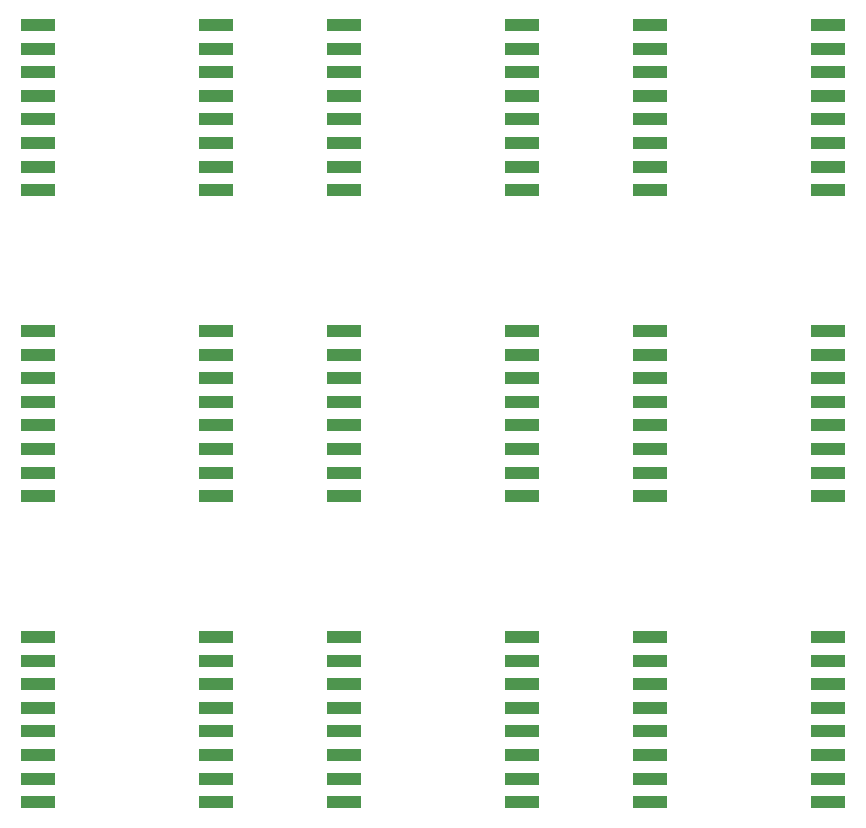
<source format=gbp>
G75*
%MOIN*%
%OFA0B0*%
%FSLAX25Y25*%
%IPPOS*%
%LPD*%
%AMOC8*
5,1,8,0,0,1.08239X$1,22.5*
%
%ADD10R,0.11811X0.03937*%
D10*
X0127828Y0056191D03*
X0127828Y0064065D03*
X0127828Y0071939D03*
X0127828Y0079813D03*
X0127828Y0087687D03*
X0127828Y0095561D03*
X0127828Y0103435D03*
X0127828Y0111309D03*
X0127828Y0158191D03*
X0127828Y0166065D03*
X0127828Y0173939D03*
X0127828Y0181813D03*
X0127828Y0189687D03*
X0127828Y0197561D03*
X0127828Y0205435D03*
X0127828Y0213309D03*
X0127828Y0260191D03*
X0127828Y0268065D03*
X0127828Y0275939D03*
X0127828Y0283813D03*
X0127828Y0291687D03*
X0127828Y0299561D03*
X0127828Y0307435D03*
X0127828Y0315309D03*
X0186883Y0315309D03*
X0186883Y0307435D03*
X0186883Y0299561D03*
X0186883Y0291687D03*
X0186883Y0283813D03*
X0186883Y0275939D03*
X0186883Y0268065D03*
X0186883Y0260191D03*
X0229828Y0260191D03*
X0229828Y0268065D03*
X0229828Y0275939D03*
X0229828Y0283813D03*
X0229828Y0291687D03*
X0229828Y0299561D03*
X0229828Y0307435D03*
X0229828Y0315309D03*
X0288883Y0315309D03*
X0288883Y0307435D03*
X0288883Y0299561D03*
X0288883Y0291687D03*
X0288883Y0283813D03*
X0288883Y0275939D03*
X0288883Y0268065D03*
X0288883Y0260191D03*
X0331828Y0260191D03*
X0331828Y0268065D03*
X0331828Y0275939D03*
X0331828Y0283813D03*
X0331828Y0291687D03*
X0331828Y0299561D03*
X0331828Y0307435D03*
X0331828Y0315309D03*
X0390883Y0315309D03*
X0390883Y0307435D03*
X0390883Y0299561D03*
X0390883Y0291687D03*
X0390883Y0283813D03*
X0390883Y0275939D03*
X0390883Y0268065D03*
X0390883Y0260191D03*
X0390883Y0213309D03*
X0390883Y0205435D03*
X0390883Y0197561D03*
X0390883Y0189687D03*
X0390883Y0181813D03*
X0390883Y0173939D03*
X0390883Y0166065D03*
X0390883Y0158191D03*
X0390883Y0111309D03*
X0390883Y0103435D03*
X0390883Y0095561D03*
X0390883Y0087687D03*
X0390883Y0079813D03*
X0390883Y0071939D03*
X0390883Y0064065D03*
X0390883Y0056191D03*
X0331828Y0056191D03*
X0331828Y0064065D03*
X0331828Y0071939D03*
X0331828Y0079813D03*
X0331828Y0087687D03*
X0331828Y0095561D03*
X0331828Y0103435D03*
X0331828Y0111309D03*
X0288883Y0111309D03*
X0288883Y0103435D03*
X0288883Y0095561D03*
X0288883Y0087687D03*
X0288883Y0079813D03*
X0288883Y0071939D03*
X0288883Y0064065D03*
X0288883Y0056191D03*
X0229828Y0056191D03*
X0229828Y0064065D03*
X0229828Y0071939D03*
X0229828Y0079813D03*
X0229828Y0087687D03*
X0229828Y0095561D03*
X0229828Y0103435D03*
X0229828Y0111309D03*
X0186883Y0111309D03*
X0186883Y0103435D03*
X0186883Y0095561D03*
X0186883Y0087687D03*
X0186883Y0079813D03*
X0186883Y0071939D03*
X0186883Y0064065D03*
X0186883Y0056191D03*
X0186883Y0158191D03*
X0186883Y0166065D03*
X0186883Y0173939D03*
X0186883Y0181813D03*
X0186883Y0189687D03*
X0186883Y0197561D03*
X0186883Y0205435D03*
X0186883Y0213309D03*
X0229828Y0213309D03*
X0229828Y0205435D03*
X0229828Y0197561D03*
X0229828Y0189687D03*
X0229828Y0181813D03*
X0229828Y0173939D03*
X0229828Y0166065D03*
X0229828Y0158191D03*
X0288883Y0158191D03*
X0288883Y0166065D03*
X0288883Y0173939D03*
X0288883Y0181813D03*
X0288883Y0189687D03*
X0288883Y0197561D03*
X0288883Y0205435D03*
X0288883Y0213309D03*
X0331828Y0213309D03*
X0331828Y0205435D03*
X0331828Y0197561D03*
X0331828Y0189687D03*
X0331828Y0181813D03*
X0331828Y0173939D03*
X0331828Y0166065D03*
X0331828Y0158191D03*
M02*

</source>
